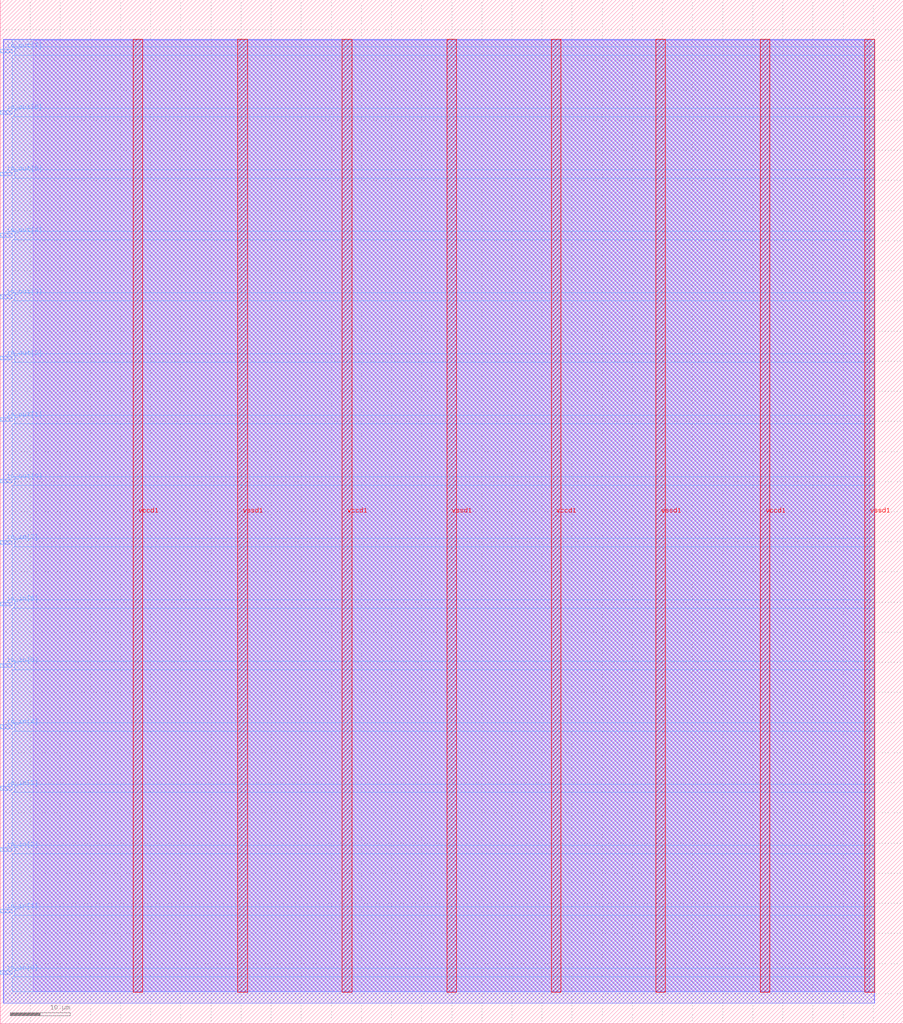
<source format=lef>
VERSION 5.7 ;
  NOWIREEXTENSIONATPIN ON ;
  DIVIDERCHAR "/" ;
  BUSBITCHARS "[]" ;
MACRO greenstyle_lfsr
  CLASS BLOCK ;
  FOREIGN greenstyle_lfsr ;
  ORIGIN 0.000 0.000 ;
  SIZE 150.000 BY 170.000 ;
  PIN io_in[0]
    DIRECTION INPUT ;
    USE SIGNAL ;
    PORT
      LAYER met3 ;
        RECT 0.000 8.200 2.000 8.800 ;
    END
  END io_in[0]
  PIN io_in[1]
    DIRECTION INPUT ;
    USE SIGNAL ;
    PORT
      LAYER met3 ;
        RECT 0.000 18.400 2.000 19.000 ;
    END
  END io_in[1]
  PIN io_in[2]
    DIRECTION INPUT ;
    USE SIGNAL ;
    PORT
      LAYER met3 ;
        RECT 0.000 28.600 2.000 29.200 ;
    END
  END io_in[2]
  PIN io_in[3]
    DIRECTION INPUT ;
    USE SIGNAL ;
    PORT
      LAYER met3 ;
        RECT 0.000 38.800 2.000 39.400 ;
    END
  END io_in[3]
  PIN io_in[4]
    DIRECTION INPUT ;
    USE SIGNAL ;
    PORT
      LAYER met3 ;
        RECT 0.000 49.000 2.000 49.600 ;
    END
  END io_in[4]
  PIN io_in[5]
    DIRECTION INPUT ;
    USE SIGNAL ;
    PORT
      LAYER met3 ;
        RECT 0.000 59.200 2.000 59.800 ;
    END
  END io_in[5]
  PIN io_in[6]
    DIRECTION INPUT ;
    USE SIGNAL ;
    PORT
      LAYER met3 ;
        RECT 0.000 69.400 2.000 70.000 ;
    END
  END io_in[6]
  PIN io_in[7]
    DIRECTION INPUT ;
    USE SIGNAL ;
    PORT
      LAYER met3 ;
        RECT 0.000 79.600 2.000 80.200 ;
    END
  END io_in[7]
  PIN io_out[0]
    DIRECTION OUTPUT TRISTATE ;
    USE SIGNAL ;
    PORT
      LAYER met3 ;
        RECT 0.000 89.800 2.000 90.400 ;
    END
  END io_out[0]
  PIN io_out[1]
    DIRECTION OUTPUT TRISTATE ;
    USE SIGNAL ;
    PORT
      LAYER met3 ;
        RECT 0.000 100.000 2.000 100.600 ;
    END
  END io_out[1]
  PIN io_out[2]
    DIRECTION OUTPUT TRISTATE ;
    USE SIGNAL ;
    PORT
      LAYER met3 ;
        RECT 0.000 110.200 2.000 110.800 ;
    END
  END io_out[2]
  PIN io_out[3]
    DIRECTION OUTPUT TRISTATE ;
    USE SIGNAL ;
    PORT
      LAYER met3 ;
        RECT 0.000 120.400 2.000 121.000 ;
    END
  END io_out[3]
  PIN io_out[4]
    DIRECTION OUTPUT TRISTATE ;
    USE SIGNAL ;
    PORT
      LAYER met3 ;
        RECT 0.000 130.600 2.000 131.200 ;
    END
  END io_out[4]
  PIN io_out[5]
    DIRECTION OUTPUT TRISTATE ;
    USE SIGNAL ;
    PORT
      LAYER met3 ;
        RECT 0.000 140.800 2.000 141.400 ;
    END
  END io_out[5]
  PIN io_out[6]
    DIRECTION OUTPUT TRISTATE ;
    USE SIGNAL ;
    PORT
      LAYER met3 ;
        RECT 0.000 151.000 2.000 151.600 ;
    END
  END io_out[6]
  PIN io_out[7]
    DIRECTION OUTPUT TRISTATE ;
    USE SIGNAL ;
    PORT
      LAYER met3 ;
        RECT 0.000 161.200 2.000 161.800 ;
    END
  END io_out[7]
  PIN vccd1
    DIRECTION INOUT ;
    USE POWER ;
    PORT
      LAYER met4 ;
        RECT 22.085 5.200 23.685 163.440 ;
    END
    PORT
      LAYER met4 ;
        RECT 56.815 5.200 58.415 163.440 ;
    END
    PORT
      LAYER met4 ;
        RECT 91.545 5.200 93.145 163.440 ;
    END
    PORT
      LAYER met4 ;
        RECT 126.275 5.200 127.875 163.440 ;
    END
  END vccd1
  PIN vssd1
    DIRECTION INOUT ;
    USE GROUND ;
    PORT
      LAYER met4 ;
        RECT 39.450 5.200 41.050 163.440 ;
    END
    PORT
      LAYER met4 ;
        RECT 74.180 5.200 75.780 163.440 ;
    END
    PORT
      LAYER met4 ;
        RECT 108.910 5.200 110.510 163.440 ;
    END
    PORT
      LAYER met4 ;
        RECT 143.640 5.200 145.240 163.440 ;
    END
  END vssd1
  OBS
      LAYER li1 ;
        RECT 5.520 5.355 144.440 163.285 ;
      LAYER met1 ;
        RECT 0.530 3.440 145.240 163.440 ;
      LAYER met2 ;
        RECT 0.560 3.410 145.210 163.385 ;
      LAYER met3 ;
        RECT 2.000 162.200 145.230 163.365 ;
        RECT 2.400 160.800 145.230 162.200 ;
        RECT 2.000 152.000 145.230 160.800 ;
        RECT 2.400 150.600 145.230 152.000 ;
        RECT 2.000 141.800 145.230 150.600 ;
        RECT 2.400 140.400 145.230 141.800 ;
        RECT 2.000 131.600 145.230 140.400 ;
        RECT 2.400 130.200 145.230 131.600 ;
        RECT 2.000 121.400 145.230 130.200 ;
        RECT 2.400 120.000 145.230 121.400 ;
        RECT 2.000 111.200 145.230 120.000 ;
        RECT 2.400 109.800 145.230 111.200 ;
        RECT 2.000 101.000 145.230 109.800 ;
        RECT 2.400 99.600 145.230 101.000 ;
        RECT 2.000 90.800 145.230 99.600 ;
        RECT 2.400 89.400 145.230 90.800 ;
        RECT 2.000 80.600 145.230 89.400 ;
        RECT 2.400 79.200 145.230 80.600 ;
        RECT 2.000 70.400 145.230 79.200 ;
        RECT 2.400 69.000 145.230 70.400 ;
        RECT 2.000 60.200 145.230 69.000 ;
        RECT 2.400 58.800 145.230 60.200 ;
        RECT 2.000 50.000 145.230 58.800 ;
        RECT 2.400 48.600 145.230 50.000 ;
        RECT 2.000 39.800 145.230 48.600 ;
        RECT 2.400 38.400 145.230 39.800 ;
        RECT 2.000 29.600 145.230 38.400 ;
        RECT 2.400 28.200 145.230 29.600 ;
        RECT 2.000 19.400 145.230 28.200 ;
        RECT 2.400 18.000 145.230 19.400 ;
        RECT 2.000 9.200 145.230 18.000 ;
        RECT 2.400 7.800 145.230 9.200 ;
        RECT 2.000 5.275 145.230 7.800 ;
  END
END greenstyle_lfsr
END LIBRARY


</source>
